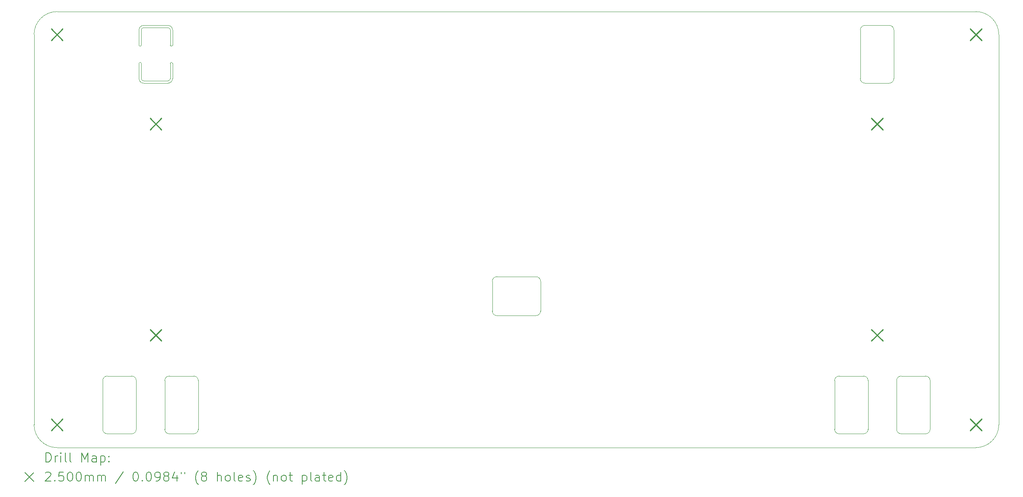
<source format=gbr>
%TF.GenerationSoftware,KiCad,Pcbnew,8.0.5*%
%TF.CreationDate,2024-11-13T13:26:43+03:00*%
%TF.ProjectId,Bottom,426f7474-6f6d-42e6-9b69-6361645f7063,rev?*%
%TF.SameCoordinates,Original*%
%TF.FileFunction,Drillmap*%
%TF.FilePolarity,Positive*%
%FSLAX45Y45*%
G04 Gerber Fmt 4.5, Leading zero omitted, Abs format (unit mm)*
G04 Created by KiCad (PCBNEW 8.0.5) date 2024-11-13 13:26:43*
%MOMM*%
%LPD*%
G01*
G04 APERTURE LIST*
%ADD10C,0.010000*%
%ADD11C,0.200000*%
%ADD12C,0.250000*%
G04 APERTURE END LIST*
D10*
X14425110Y-12375360D02*
X15275110Y-12375360D01*
X22505110Y-14850360D02*
G75*
G02*
X22405110Y-14950360I-100000J0D01*
G01*
X22965110Y-6050360D02*
X22435110Y-6050360D01*
X7265110Y-6050360D02*
X6735110Y-6050360D01*
X5945110Y-14950360D02*
X6475110Y-14950360D01*
X7925110Y-14850360D02*
G75*
G02*
X7825110Y-14950360I-100000J0D01*
G01*
X6575110Y-14850360D02*
X6575110Y-13790360D01*
X4850110Y-15250360D02*
G75*
G02*
X4350110Y-14750360I0J500000D01*
G01*
X7265110Y-7310360D02*
X6735110Y-7310360D01*
X23225110Y-14950360D02*
G75*
G02*
X23125110Y-14850360I0J100000D01*
G01*
X24850110Y-5750360D02*
X4850110Y-5750360D01*
X7195110Y-13790360D02*
G75*
G02*
X7295110Y-13690360I100000J0D01*
G01*
X6685110Y-6880360D02*
X6685110Y-7210360D01*
X7925110Y-14850360D02*
X7925110Y-13790360D01*
X6685110Y-6480360D02*
G75*
G02*
X6635110Y-6480360I-25000J0D01*
G01*
X23125110Y-13790360D02*
G75*
G02*
X23225110Y-13690360I100000J0D01*
G01*
X25350110Y-14750360D02*
X25350110Y-6250360D01*
X14325110Y-11625360D02*
X14325110Y-12275360D01*
X7265110Y-6050360D02*
G75*
G02*
X7365110Y-6150360I0J-100000D01*
G01*
X6475110Y-13690360D02*
X5945110Y-13690360D01*
X5845110Y-13790360D02*
G75*
G02*
X5945110Y-13690360I100000J0D01*
G01*
X24850110Y-5750360D02*
G75*
G02*
X25350110Y-6250360I0J-500000D01*
G01*
X23065110Y-7210360D02*
X23065110Y-6150360D01*
X7195110Y-13790360D02*
X7195110Y-14850360D01*
X15375110Y-12275360D02*
G75*
G02*
X15275110Y-12375360I-100000J0D01*
G01*
X21875110Y-14950360D02*
G75*
G02*
X21775110Y-14850360I0J100000D01*
G01*
X7315110Y-7210360D02*
G75*
G02*
X7265110Y-7260360I-50000J0D01*
G01*
X15275110Y-11525360D02*
G75*
G02*
X15375110Y-11625360I0J-100000D01*
G01*
X21775110Y-13790360D02*
G75*
G02*
X21875110Y-13690360I100000J0D01*
G01*
X7315110Y-6150360D02*
X7315110Y-6480360D01*
X6735110Y-6100360D02*
X7265110Y-6100360D01*
X14425110Y-12375360D02*
G75*
G02*
X14325110Y-12275360I0J100000D01*
G01*
X23065110Y-7210360D02*
G75*
G02*
X22965110Y-7310360I-100000J0D01*
G01*
X7315110Y-7210360D02*
X7315110Y-6880360D01*
X6685110Y-6150360D02*
G75*
G02*
X6735110Y-6100360I50000J0D01*
G01*
X7265110Y-6100360D02*
G75*
G02*
X7315110Y-6150360I0J-50000D01*
G01*
X6475110Y-13690360D02*
G75*
G02*
X6575110Y-13790360I0J-100000D01*
G01*
X6635110Y-6150360D02*
G75*
G02*
X6735110Y-6050360I100000J0D01*
G01*
X7295110Y-14950360D02*
G75*
G02*
X7195110Y-14850360I0J100000D01*
G01*
X22335110Y-6150360D02*
X22335110Y-7210360D01*
X7825110Y-13690360D02*
X7295110Y-13690360D01*
X23755110Y-14950360D02*
X23225110Y-14950360D01*
X5845110Y-13790360D02*
X5845110Y-14850360D01*
X23125110Y-14850360D02*
X23125110Y-13790360D01*
X21875110Y-13690360D02*
X22405110Y-13690360D01*
X6735110Y-7260360D02*
X7265110Y-7260360D01*
X6635110Y-7210360D02*
X6635110Y-6880360D01*
X5945110Y-14950360D02*
G75*
G02*
X5845110Y-14850360I0J100000D01*
G01*
X22405110Y-14950360D02*
X21875110Y-14950360D01*
X7825110Y-13690360D02*
G75*
G02*
X7925110Y-13790360I0J-100000D01*
G01*
X22405110Y-13690360D02*
G75*
G02*
X22505110Y-13790360I0J-100000D01*
G01*
X7365110Y-7210360D02*
G75*
G02*
X7265110Y-7310360I-100000J0D01*
G01*
X6735110Y-7260360D02*
G75*
G02*
X6685110Y-7210360I0J50000D01*
G01*
X7365110Y-6880360D02*
X7365110Y-7210360D01*
X15375110Y-12275360D02*
X15375110Y-11625360D01*
X4350110Y-6250360D02*
G75*
G02*
X4850110Y-5750360I500000J0D01*
G01*
X7365110Y-6480360D02*
X7365110Y-6150360D01*
X23855110Y-13790360D02*
X23855110Y-14850360D01*
X6635110Y-6880360D02*
G75*
G02*
X6685110Y-6880360I25000J0D01*
G01*
X25350110Y-14750360D02*
G75*
G02*
X24850110Y-15250360I-500000J0D01*
G01*
X4850110Y-15250360D02*
X24850110Y-15250360D01*
X7295110Y-14950360D02*
X7825110Y-14950360D01*
X14325110Y-11625360D02*
G75*
G02*
X14425110Y-11525360I100000J0D01*
G01*
X15275110Y-11525360D02*
X14425110Y-11525360D01*
X6635110Y-6150360D02*
X6635110Y-6480360D01*
X23225110Y-13690360D02*
X23755110Y-13690360D01*
X22505110Y-13790360D02*
X22505110Y-14850360D01*
X23855110Y-14850360D02*
G75*
G02*
X23755110Y-14950360I-100000J0D01*
G01*
X6685110Y-6480360D02*
X6685110Y-6150360D01*
X21775110Y-14850360D02*
X21775110Y-13790360D01*
X22335110Y-6150360D02*
G75*
G02*
X22435110Y-6050360I100000J0D01*
G01*
X23755110Y-13690360D02*
G75*
G02*
X23855110Y-13790360I0J-100000D01*
G01*
X22965110Y-6050360D02*
G75*
G02*
X23065110Y-6150360I0J-100000D01*
G01*
X22435110Y-7310360D02*
G75*
G02*
X22335110Y-7210360I0J100000D01*
G01*
X7365110Y-6480360D02*
G75*
G02*
X7315110Y-6480360I-25000J0D01*
G01*
X6575110Y-14850360D02*
G75*
G02*
X6475110Y-14950360I-100000J0D01*
G01*
X6735110Y-7310360D02*
G75*
G02*
X6635110Y-7210360I0J100000D01*
G01*
X22435110Y-7310360D02*
X22965110Y-7310360D01*
X7315110Y-6880360D02*
G75*
G02*
X7365110Y-6880360I25000J0D01*
G01*
X4350110Y-6250360D02*
X4350110Y-14750360D01*
D11*
D12*
X4725110Y-6125360D02*
X4975110Y-6375360D01*
X4975110Y-6125360D02*
X4725110Y-6375360D01*
X4725110Y-14625360D02*
X4975110Y-14875360D01*
X4975110Y-14625360D02*
X4725110Y-14875360D01*
X6875110Y-8075360D02*
X7125110Y-8325360D01*
X7125110Y-8075360D02*
X6875110Y-8325360D01*
X6875110Y-12675360D02*
X7125110Y-12925360D01*
X7125110Y-12675360D02*
X6875110Y-12925360D01*
X22575110Y-8075360D02*
X22825110Y-8325360D01*
X22825110Y-8075360D02*
X22575110Y-8325360D01*
X22575110Y-12675360D02*
X22825110Y-12925360D01*
X22825110Y-12675360D02*
X22575110Y-12925360D01*
X24725110Y-6125360D02*
X24975110Y-6375360D01*
X24975110Y-6125360D02*
X24725110Y-6375360D01*
X24725110Y-14625360D02*
X24975110Y-14875360D01*
X24975110Y-14625360D02*
X24725110Y-14875360D01*
D11*
X4610387Y-15562344D02*
X4610387Y-15362344D01*
X4610387Y-15362344D02*
X4658006Y-15362344D01*
X4658006Y-15362344D02*
X4686577Y-15371868D01*
X4686577Y-15371868D02*
X4705625Y-15390915D01*
X4705625Y-15390915D02*
X4715149Y-15409963D01*
X4715149Y-15409963D02*
X4724673Y-15448058D01*
X4724673Y-15448058D02*
X4724673Y-15476629D01*
X4724673Y-15476629D02*
X4715149Y-15514725D01*
X4715149Y-15514725D02*
X4705625Y-15533772D01*
X4705625Y-15533772D02*
X4686577Y-15552820D01*
X4686577Y-15552820D02*
X4658006Y-15562344D01*
X4658006Y-15562344D02*
X4610387Y-15562344D01*
X4810387Y-15562344D02*
X4810387Y-15429010D01*
X4810387Y-15467106D02*
X4819911Y-15448058D01*
X4819911Y-15448058D02*
X4829434Y-15438534D01*
X4829434Y-15438534D02*
X4848482Y-15429010D01*
X4848482Y-15429010D02*
X4867530Y-15429010D01*
X4934196Y-15562344D02*
X4934196Y-15429010D01*
X4934196Y-15362344D02*
X4924673Y-15371868D01*
X4924673Y-15371868D02*
X4934196Y-15381391D01*
X4934196Y-15381391D02*
X4943720Y-15371868D01*
X4943720Y-15371868D02*
X4934196Y-15362344D01*
X4934196Y-15362344D02*
X4934196Y-15381391D01*
X5058006Y-15562344D02*
X5038958Y-15552820D01*
X5038958Y-15552820D02*
X5029434Y-15533772D01*
X5029434Y-15533772D02*
X5029434Y-15362344D01*
X5162768Y-15562344D02*
X5143720Y-15552820D01*
X5143720Y-15552820D02*
X5134196Y-15533772D01*
X5134196Y-15533772D02*
X5134196Y-15362344D01*
X5391339Y-15562344D02*
X5391339Y-15362344D01*
X5391339Y-15362344D02*
X5458006Y-15505201D01*
X5458006Y-15505201D02*
X5524673Y-15362344D01*
X5524673Y-15362344D02*
X5524673Y-15562344D01*
X5705625Y-15562344D02*
X5705625Y-15457582D01*
X5705625Y-15457582D02*
X5696101Y-15438534D01*
X5696101Y-15438534D02*
X5677053Y-15429010D01*
X5677053Y-15429010D02*
X5638958Y-15429010D01*
X5638958Y-15429010D02*
X5619911Y-15438534D01*
X5705625Y-15552820D02*
X5686577Y-15562344D01*
X5686577Y-15562344D02*
X5638958Y-15562344D01*
X5638958Y-15562344D02*
X5619911Y-15552820D01*
X5619911Y-15552820D02*
X5610387Y-15533772D01*
X5610387Y-15533772D02*
X5610387Y-15514725D01*
X5610387Y-15514725D02*
X5619911Y-15495677D01*
X5619911Y-15495677D02*
X5638958Y-15486153D01*
X5638958Y-15486153D02*
X5686577Y-15486153D01*
X5686577Y-15486153D02*
X5705625Y-15476629D01*
X5800863Y-15429010D02*
X5800863Y-15629010D01*
X5800863Y-15438534D02*
X5819911Y-15429010D01*
X5819911Y-15429010D02*
X5858006Y-15429010D01*
X5858006Y-15429010D02*
X5877053Y-15438534D01*
X5877053Y-15438534D02*
X5886577Y-15448058D01*
X5886577Y-15448058D02*
X5896101Y-15467106D01*
X5896101Y-15467106D02*
X5896101Y-15524248D01*
X5896101Y-15524248D02*
X5886577Y-15543296D01*
X5886577Y-15543296D02*
X5877053Y-15552820D01*
X5877053Y-15552820D02*
X5858006Y-15562344D01*
X5858006Y-15562344D02*
X5819911Y-15562344D01*
X5819911Y-15562344D02*
X5800863Y-15552820D01*
X5981815Y-15543296D02*
X5991339Y-15552820D01*
X5991339Y-15552820D02*
X5981815Y-15562344D01*
X5981815Y-15562344D02*
X5972292Y-15552820D01*
X5972292Y-15552820D02*
X5981815Y-15543296D01*
X5981815Y-15543296D02*
X5981815Y-15562344D01*
X5981815Y-15438534D02*
X5991339Y-15448058D01*
X5991339Y-15448058D02*
X5981815Y-15457582D01*
X5981815Y-15457582D02*
X5972292Y-15448058D01*
X5972292Y-15448058D02*
X5981815Y-15438534D01*
X5981815Y-15438534D02*
X5981815Y-15457582D01*
X4149610Y-15790860D02*
X4349610Y-15990860D01*
X4349610Y-15790860D02*
X4149610Y-15990860D01*
X4600863Y-15801391D02*
X4610387Y-15791868D01*
X4610387Y-15791868D02*
X4629434Y-15782344D01*
X4629434Y-15782344D02*
X4677054Y-15782344D01*
X4677054Y-15782344D02*
X4696101Y-15791868D01*
X4696101Y-15791868D02*
X4705625Y-15801391D01*
X4705625Y-15801391D02*
X4715149Y-15820439D01*
X4715149Y-15820439D02*
X4715149Y-15839487D01*
X4715149Y-15839487D02*
X4705625Y-15868058D01*
X4705625Y-15868058D02*
X4591339Y-15982344D01*
X4591339Y-15982344D02*
X4715149Y-15982344D01*
X4800863Y-15963296D02*
X4810387Y-15972820D01*
X4810387Y-15972820D02*
X4800863Y-15982344D01*
X4800863Y-15982344D02*
X4791339Y-15972820D01*
X4791339Y-15972820D02*
X4800863Y-15963296D01*
X4800863Y-15963296D02*
X4800863Y-15982344D01*
X4991339Y-15782344D02*
X4896101Y-15782344D01*
X4896101Y-15782344D02*
X4886577Y-15877582D01*
X4886577Y-15877582D02*
X4896101Y-15868058D01*
X4896101Y-15868058D02*
X4915149Y-15858534D01*
X4915149Y-15858534D02*
X4962768Y-15858534D01*
X4962768Y-15858534D02*
X4981815Y-15868058D01*
X4981815Y-15868058D02*
X4991339Y-15877582D01*
X4991339Y-15877582D02*
X5000863Y-15896629D01*
X5000863Y-15896629D02*
X5000863Y-15944248D01*
X5000863Y-15944248D02*
X4991339Y-15963296D01*
X4991339Y-15963296D02*
X4981815Y-15972820D01*
X4981815Y-15972820D02*
X4962768Y-15982344D01*
X4962768Y-15982344D02*
X4915149Y-15982344D01*
X4915149Y-15982344D02*
X4896101Y-15972820D01*
X4896101Y-15972820D02*
X4886577Y-15963296D01*
X5124673Y-15782344D02*
X5143720Y-15782344D01*
X5143720Y-15782344D02*
X5162768Y-15791868D01*
X5162768Y-15791868D02*
X5172292Y-15801391D01*
X5172292Y-15801391D02*
X5181815Y-15820439D01*
X5181815Y-15820439D02*
X5191339Y-15858534D01*
X5191339Y-15858534D02*
X5191339Y-15906153D01*
X5191339Y-15906153D02*
X5181815Y-15944248D01*
X5181815Y-15944248D02*
X5172292Y-15963296D01*
X5172292Y-15963296D02*
X5162768Y-15972820D01*
X5162768Y-15972820D02*
X5143720Y-15982344D01*
X5143720Y-15982344D02*
X5124673Y-15982344D01*
X5124673Y-15982344D02*
X5105625Y-15972820D01*
X5105625Y-15972820D02*
X5096101Y-15963296D01*
X5096101Y-15963296D02*
X5086577Y-15944248D01*
X5086577Y-15944248D02*
X5077054Y-15906153D01*
X5077054Y-15906153D02*
X5077054Y-15858534D01*
X5077054Y-15858534D02*
X5086577Y-15820439D01*
X5086577Y-15820439D02*
X5096101Y-15801391D01*
X5096101Y-15801391D02*
X5105625Y-15791868D01*
X5105625Y-15791868D02*
X5124673Y-15782344D01*
X5315149Y-15782344D02*
X5334196Y-15782344D01*
X5334196Y-15782344D02*
X5353244Y-15791868D01*
X5353244Y-15791868D02*
X5362768Y-15801391D01*
X5362768Y-15801391D02*
X5372292Y-15820439D01*
X5372292Y-15820439D02*
X5381815Y-15858534D01*
X5381815Y-15858534D02*
X5381815Y-15906153D01*
X5381815Y-15906153D02*
X5372292Y-15944248D01*
X5372292Y-15944248D02*
X5362768Y-15963296D01*
X5362768Y-15963296D02*
X5353244Y-15972820D01*
X5353244Y-15972820D02*
X5334196Y-15982344D01*
X5334196Y-15982344D02*
X5315149Y-15982344D01*
X5315149Y-15982344D02*
X5296101Y-15972820D01*
X5296101Y-15972820D02*
X5286577Y-15963296D01*
X5286577Y-15963296D02*
X5277054Y-15944248D01*
X5277054Y-15944248D02*
X5267530Y-15906153D01*
X5267530Y-15906153D02*
X5267530Y-15858534D01*
X5267530Y-15858534D02*
X5277054Y-15820439D01*
X5277054Y-15820439D02*
X5286577Y-15801391D01*
X5286577Y-15801391D02*
X5296101Y-15791868D01*
X5296101Y-15791868D02*
X5315149Y-15782344D01*
X5467530Y-15982344D02*
X5467530Y-15849010D01*
X5467530Y-15868058D02*
X5477054Y-15858534D01*
X5477054Y-15858534D02*
X5496101Y-15849010D01*
X5496101Y-15849010D02*
X5524673Y-15849010D01*
X5524673Y-15849010D02*
X5543720Y-15858534D01*
X5543720Y-15858534D02*
X5553244Y-15877582D01*
X5553244Y-15877582D02*
X5553244Y-15982344D01*
X5553244Y-15877582D02*
X5562768Y-15858534D01*
X5562768Y-15858534D02*
X5581815Y-15849010D01*
X5581815Y-15849010D02*
X5610387Y-15849010D01*
X5610387Y-15849010D02*
X5629434Y-15858534D01*
X5629434Y-15858534D02*
X5638958Y-15877582D01*
X5638958Y-15877582D02*
X5638958Y-15982344D01*
X5734196Y-15982344D02*
X5734196Y-15849010D01*
X5734196Y-15868058D02*
X5743720Y-15858534D01*
X5743720Y-15858534D02*
X5762768Y-15849010D01*
X5762768Y-15849010D02*
X5791339Y-15849010D01*
X5791339Y-15849010D02*
X5810387Y-15858534D01*
X5810387Y-15858534D02*
X5819911Y-15877582D01*
X5819911Y-15877582D02*
X5819911Y-15982344D01*
X5819911Y-15877582D02*
X5829434Y-15858534D01*
X5829434Y-15858534D02*
X5848482Y-15849010D01*
X5848482Y-15849010D02*
X5877053Y-15849010D01*
X5877053Y-15849010D02*
X5896101Y-15858534D01*
X5896101Y-15858534D02*
X5905625Y-15877582D01*
X5905625Y-15877582D02*
X5905625Y-15982344D01*
X6296101Y-15772820D02*
X6124673Y-16029963D01*
X6553244Y-15782344D02*
X6572292Y-15782344D01*
X6572292Y-15782344D02*
X6591339Y-15791868D01*
X6591339Y-15791868D02*
X6600863Y-15801391D01*
X6600863Y-15801391D02*
X6610387Y-15820439D01*
X6610387Y-15820439D02*
X6619911Y-15858534D01*
X6619911Y-15858534D02*
X6619911Y-15906153D01*
X6619911Y-15906153D02*
X6610387Y-15944248D01*
X6610387Y-15944248D02*
X6600863Y-15963296D01*
X6600863Y-15963296D02*
X6591339Y-15972820D01*
X6591339Y-15972820D02*
X6572292Y-15982344D01*
X6572292Y-15982344D02*
X6553244Y-15982344D01*
X6553244Y-15982344D02*
X6534196Y-15972820D01*
X6534196Y-15972820D02*
X6524673Y-15963296D01*
X6524673Y-15963296D02*
X6515149Y-15944248D01*
X6515149Y-15944248D02*
X6505625Y-15906153D01*
X6505625Y-15906153D02*
X6505625Y-15858534D01*
X6505625Y-15858534D02*
X6515149Y-15820439D01*
X6515149Y-15820439D02*
X6524673Y-15801391D01*
X6524673Y-15801391D02*
X6534196Y-15791868D01*
X6534196Y-15791868D02*
X6553244Y-15782344D01*
X6705625Y-15963296D02*
X6715149Y-15972820D01*
X6715149Y-15972820D02*
X6705625Y-15982344D01*
X6705625Y-15982344D02*
X6696101Y-15972820D01*
X6696101Y-15972820D02*
X6705625Y-15963296D01*
X6705625Y-15963296D02*
X6705625Y-15982344D01*
X6838958Y-15782344D02*
X6858006Y-15782344D01*
X6858006Y-15782344D02*
X6877054Y-15791868D01*
X6877054Y-15791868D02*
X6886577Y-15801391D01*
X6886577Y-15801391D02*
X6896101Y-15820439D01*
X6896101Y-15820439D02*
X6905625Y-15858534D01*
X6905625Y-15858534D02*
X6905625Y-15906153D01*
X6905625Y-15906153D02*
X6896101Y-15944248D01*
X6896101Y-15944248D02*
X6886577Y-15963296D01*
X6886577Y-15963296D02*
X6877054Y-15972820D01*
X6877054Y-15972820D02*
X6858006Y-15982344D01*
X6858006Y-15982344D02*
X6838958Y-15982344D01*
X6838958Y-15982344D02*
X6819911Y-15972820D01*
X6819911Y-15972820D02*
X6810387Y-15963296D01*
X6810387Y-15963296D02*
X6800863Y-15944248D01*
X6800863Y-15944248D02*
X6791339Y-15906153D01*
X6791339Y-15906153D02*
X6791339Y-15858534D01*
X6791339Y-15858534D02*
X6800863Y-15820439D01*
X6800863Y-15820439D02*
X6810387Y-15801391D01*
X6810387Y-15801391D02*
X6819911Y-15791868D01*
X6819911Y-15791868D02*
X6838958Y-15782344D01*
X7000863Y-15982344D02*
X7038958Y-15982344D01*
X7038958Y-15982344D02*
X7058006Y-15972820D01*
X7058006Y-15972820D02*
X7067530Y-15963296D01*
X7067530Y-15963296D02*
X7086577Y-15934725D01*
X7086577Y-15934725D02*
X7096101Y-15896629D01*
X7096101Y-15896629D02*
X7096101Y-15820439D01*
X7096101Y-15820439D02*
X7086577Y-15801391D01*
X7086577Y-15801391D02*
X7077054Y-15791868D01*
X7077054Y-15791868D02*
X7058006Y-15782344D01*
X7058006Y-15782344D02*
X7019911Y-15782344D01*
X7019911Y-15782344D02*
X7000863Y-15791868D01*
X7000863Y-15791868D02*
X6991339Y-15801391D01*
X6991339Y-15801391D02*
X6981816Y-15820439D01*
X6981816Y-15820439D02*
X6981816Y-15868058D01*
X6981816Y-15868058D02*
X6991339Y-15887106D01*
X6991339Y-15887106D02*
X7000863Y-15896629D01*
X7000863Y-15896629D02*
X7019911Y-15906153D01*
X7019911Y-15906153D02*
X7058006Y-15906153D01*
X7058006Y-15906153D02*
X7077054Y-15896629D01*
X7077054Y-15896629D02*
X7086577Y-15887106D01*
X7086577Y-15887106D02*
X7096101Y-15868058D01*
X7210387Y-15868058D02*
X7191339Y-15858534D01*
X7191339Y-15858534D02*
X7181816Y-15849010D01*
X7181816Y-15849010D02*
X7172292Y-15829963D01*
X7172292Y-15829963D02*
X7172292Y-15820439D01*
X7172292Y-15820439D02*
X7181816Y-15801391D01*
X7181816Y-15801391D02*
X7191339Y-15791868D01*
X7191339Y-15791868D02*
X7210387Y-15782344D01*
X7210387Y-15782344D02*
X7248482Y-15782344D01*
X7248482Y-15782344D02*
X7267530Y-15791868D01*
X7267530Y-15791868D02*
X7277054Y-15801391D01*
X7277054Y-15801391D02*
X7286577Y-15820439D01*
X7286577Y-15820439D02*
X7286577Y-15829963D01*
X7286577Y-15829963D02*
X7277054Y-15849010D01*
X7277054Y-15849010D02*
X7267530Y-15858534D01*
X7267530Y-15858534D02*
X7248482Y-15868058D01*
X7248482Y-15868058D02*
X7210387Y-15868058D01*
X7210387Y-15868058D02*
X7191339Y-15877582D01*
X7191339Y-15877582D02*
X7181816Y-15887106D01*
X7181816Y-15887106D02*
X7172292Y-15906153D01*
X7172292Y-15906153D02*
X7172292Y-15944248D01*
X7172292Y-15944248D02*
X7181816Y-15963296D01*
X7181816Y-15963296D02*
X7191339Y-15972820D01*
X7191339Y-15972820D02*
X7210387Y-15982344D01*
X7210387Y-15982344D02*
X7248482Y-15982344D01*
X7248482Y-15982344D02*
X7267530Y-15972820D01*
X7267530Y-15972820D02*
X7277054Y-15963296D01*
X7277054Y-15963296D02*
X7286577Y-15944248D01*
X7286577Y-15944248D02*
X7286577Y-15906153D01*
X7286577Y-15906153D02*
X7277054Y-15887106D01*
X7277054Y-15887106D02*
X7267530Y-15877582D01*
X7267530Y-15877582D02*
X7248482Y-15868058D01*
X7458006Y-15849010D02*
X7458006Y-15982344D01*
X7410387Y-15772820D02*
X7362768Y-15915677D01*
X7362768Y-15915677D02*
X7486577Y-15915677D01*
X7553244Y-15782344D02*
X7553244Y-15820439D01*
X7629435Y-15782344D02*
X7629435Y-15820439D01*
X7924673Y-16058534D02*
X7915149Y-16049010D01*
X7915149Y-16049010D02*
X7896101Y-16020439D01*
X7896101Y-16020439D02*
X7886578Y-16001391D01*
X7886578Y-16001391D02*
X7877054Y-15972820D01*
X7877054Y-15972820D02*
X7867530Y-15925201D01*
X7867530Y-15925201D02*
X7867530Y-15887106D01*
X7867530Y-15887106D02*
X7877054Y-15839487D01*
X7877054Y-15839487D02*
X7886578Y-15810915D01*
X7886578Y-15810915D02*
X7896101Y-15791868D01*
X7896101Y-15791868D02*
X7915149Y-15763296D01*
X7915149Y-15763296D02*
X7924673Y-15753772D01*
X8029435Y-15868058D02*
X8010387Y-15858534D01*
X8010387Y-15858534D02*
X8000863Y-15849010D01*
X8000863Y-15849010D02*
X7991339Y-15829963D01*
X7991339Y-15829963D02*
X7991339Y-15820439D01*
X7991339Y-15820439D02*
X8000863Y-15801391D01*
X8000863Y-15801391D02*
X8010387Y-15791868D01*
X8010387Y-15791868D02*
X8029435Y-15782344D01*
X8029435Y-15782344D02*
X8067530Y-15782344D01*
X8067530Y-15782344D02*
X8086578Y-15791868D01*
X8086578Y-15791868D02*
X8096101Y-15801391D01*
X8096101Y-15801391D02*
X8105625Y-15820439D01*
X8105625Y-15820439D02*
X8105625Y-15829963D01*
X8105625Y-15829963D02*
X8096101Y-15849010D01*
X8096101Y-15849010D02*
X8086578Y-15858534D01*
X8086578Y-15858534D02*
X8067530Y-15868058D01*
X8067530Y-15868058D02*
X8029435Y-15868058D01*
X8029435Y-15868058D02*
X8010387Y-15877582D01*
X8010387Y-15877582D02*
X8000863Y-15887106D01*
X8000863Y-15887106D02*
X7991339Y-15906153D01*
X7991339Y-15906153D02*
X7991339Y-15944248D01*
X7991339Y-15944248D02*
X8000863Y-15963296D01*
X8000863Y-15963296D02*
X8010387Y-15972820D01*
X8010387Y-15972820D02*
X8029435Y-15982344D01*
X8029435Y-15982344D02*
X8067530Y-15982344D01*
X8067530Y-15982344D02*
X8086578Y-15972820D01*
X8086578Y-15972820D02*
X8096101Y-15963296D01*
X8096101Y-15963296D02*
X8105625Y-15944248D01*
X8105625Y-15944248D02*
X8105625Y-15906153D01*
X8105625Y-15906153D02*
X8096101Y-15887106D01*
X8096101Y-15887106D02*
X8086578Y-15877582D01*
X8086578Y-15877582D02*
X8067530Y-15868058D01*
X8343720Y-15982344D02*
X8343720Y-15782344D01*
X8429435Y-15982344D02*
X8429435Y-15877582D01*
X8429435Y-15877582D02*
X8419911Y-15858534D01*
X8419911Y-15858534D02*
X8400863Y-15849010D01*
X8400863Y-15849010D02*
X8372292Y-15849010D01*
X8372292Y-15849010D02*
X8353244Y-15858534D01*
X8353244Y-15858534D02*
X8343720Y-15868058D01*
X8553244Y-15982344D02*
X8534197Y-15972820D01*
X8534197Y-15972820D02*
X8524673Y-15963296D01*
X8524673Y-15963296D02*
X8515149Y-15944248D01*
X8515149Y-15944248D02*
X8515149Y-15887106D01*
X8515149Y-15887106D02*
X8524673Y-15868058D01*
X8524673Y-15868058D02*
X8534197Y-15858534D01*
X8534197Y-15858534D02*
X8553244Y-15849010D01*
X8553244Y-15849010D02*
X8581816Y-15849010D01*
X8581816Y-15849010D02*
X8600863Y-15858534D01*
X8600863Y-15858534D02*
X8610387Y-15868058D01*
X8610387Y-15868058D02*
X8619911Y-15887106D01*
X8619911Y-15887106D02*
X8619911Y-15944248D01*
X8619911Y-15944248D02*
X8610387Y-15963296D01*
X8610387Y-15963296D02*
X8600863Y-15972820D01*
X8600863Y-15972820D02*
X8581816Y-15982344D01*
X8581816Y-15982344D02*
X8553244Y-15982344D01*
X8734197Y-15982344D02*
X8715149Y-15972820D01*
X8715149Y-15972820D02*
X8705625Y-15953772D01*
X8705625Y-15953772D02*
X8705625Y-15782344D01*
X8886578Y-15972820D02*
X8867530Y-15982344D01*
X8867530Y-15982344D02*
X8829435Y-15982344D01*
X8829435Y-15982344D02*
X8810387Y-15972820D01*
X8810387Y-15972820D02*
X8800863Y-15953772D01*
X8800863Y-15953772D02*
X8800863Y-15877582D01*
X8800863Y-15877582D02*
X8810387Y-15858534D01*
X8810387Y-15858534D02*
X8829435Y-15849010D01*
X8829435Y-15849010D02*
X8867530Y-15849010D01*
X8867530Y-15849010D02*
X8886578Y-15858534D01*
X8886578Y-15858534D02*
X8896102Y-15877582D01*
X8896102Y-15877582D02*
X8896102Y-15896629D01*
X8896102Y-15896629D02*
X8800863Y-15915677D01*
X8972292Y-15972820D02*
X8991340Y-15982344D01*
X8991340Y-15982344D02*
X9029435Y-15982344D01*
X9029435Y-15982344D02*
X9048483Y-15972820D01*
X9048483Y-15972820D02*
X9058006Y-15953772D01*
X9058006Y-15953772D02*
X9058006Y-15944248D01*
X9058006Y-15944248D02*
X9048483Y-15925201D01*
X9048483Y-15925201D02*
X9029435Y-15915677D01*
X9029435Y-15915677D02*
X9000863Y-15915677D01*
X9000863Y-15915677D02*
X8981816Y-15906153D01*
X8981816Y-15906153D02*
X8972292Y-15887106D01*
X8972292Y-15887106D02*
X8972292Y-15877582D01*
X8972292Y-15877582D02*
X8981816Y-15858534D01*
X8981816Y-15858534D02*
X9000863Y-15849010D01*
X9000863Y-15849010D02*
X9029435Y-15849010D01*
X9029435Y-15849010D02*
X9048483Y-15858534D01*
X9124673Y-16058534D02*
X9134197Y-16049010D01*
X9134197Y-16049010D02*
X9153244Y-16020439D01*
X9153244Y-16020439D02*
X9162768Y-16001391D01*
X9162768Y-16001391D02*
X9172292Y-15972820D01*
X9172292Y-15972820D02*
X9181816Y-15925201D01*
X9181816Y-15925201D02*
X9181816Y-15887106D01*
X9181816Y-15887106D02*
X9172292Y-15839487D01*
X9172292Y-15839487D02*
X9162768Y-15810915D01*
X9162768Y-15810915D02*
X9153244Y-15791868D01*
X9153244Y-15791868D02*
X9134197Y-15763296D01*
X9134197Y-15763296D02*
X9124673Y-15753772D01*
X9486578Y-16058534D02*
X9477054Y-16049010D01*
X9477054Y-16049010D02*
X9458006Y-16020439D01*
X9458006Y-16020439D02*
X9448483Y-16001391D01*
X9448483Y-16001391D02*
X9438959Y-15972820D01*
X9438959Y-15972820D02*
X9429435Y-15925201D01*
X9429435Y-15925201D02*
X9429435Y-15887106D01*
X9429435Y-15887106D02*
X9438959Y-15839487D01*
X9438959Y-15839487D02*
X9448483Y-15810915D01*
X9448483Y-15810915D02*
X9458006Y-15791868D01*
X9458006Y-15791868D02*
X9477054Y-15763296D01*
X9477054Y-15763296D02*
X9486578Y-15753772D01*
X9562768Y-15849010D02*
X9562768Y-15982344D01*
X9562768Y-15868058D02*
X9572292Y-15858534D01*
X9572292Y-15858534D02*
X9591340Y-15849010D01*
X9591340Y-15849010D02*
X9619911Y-15849010D01*
X9619911Y-15849010D02*
X9638959Y-15858534D01*
X9638959Y-15858534D02*
X9648483Y-15877582D01*
X9648483Y-15877582D02*
X9648483Y-15982344D01*
X9772292Y-15982344D02*
X9753244Y-15972820D01*
X9753244Y-15972820D02*
X9743721Y-15963296D01*
X9743721Y-15963296D02*
X9734197Y-15944248D01*
X9734197Y-15944248D02*
X9734197Y-15887106D01*
X9734197Y-15887106D02*
X9743721Y-15868058D01*
X9743721Y-15868058D02*
X9753244Y-15858534D01*
X9753244Y-15858534D02*
X9772292Y-15849010D01*
X9772292Y-15849010D02*
X9800864Y-15849010D01*
X9800864Y-15849010D02*
X9819911Y-15858534D01*
X9819911Y-15858534D02*
X9829435Y-15868058D01*
X9829435Y-15868058D02*
X9838959Y-15887106D01*
X9838959Y-15887106D02*
X9838959Y-15944248D01*
X9838959Y-15944248D02*
X9829435Y-15963296D01*
X9829435Y-15963296D02*
X9819911Y-15972820D01*
X9819911Y-15972820D02*
X9800864Y-15982344D01*
X9800864Y-15982344D02*
X9772292Y-15982344D01*
X9896102Y-15849010D02*
X9972292Y-15849010D01*
X9924673Y-15782344D02*
X9924673Y-15953772D01*
X9924673Y-15953772D02*
X9934197Y-15972820D01*
X9934197Y-15972820D02*
X9953244Y-15982344D01*
X9953244Y-15982344D02*
X9972292Y-15982344D01*
X10191340Y-15849010D02*
X10191340Y-16049010D01*
X10191340Y-15858534D02*
X10210387Y-15849010D01*
X10210387Y-15849010D02*
X10248483Y-15849010D01*
X10248483Y-15849010D02*
X10267530Y-15858534D01*
X10267530Y-15858534D02*
X10277054Y-15868058D01*
X10277054Y-15868058D02*
X10286578Y-15887106D01*
X10286578Y-15887106D02*
X10286578Y-15944248D01*
X10286578Y-15944248D02*
X10277054Y-15963296D01*
X10277054Y-15963296D02*
X10267530Y-15972820D01*
X10267530Y-15972820D02*
X10248483Y-15982344D01*
X10248483Y-15982344D02*
X10210387Y-15982344D01*
X10210387Y-15982344D02*
X10191340Y-15972820D01*
X10400864Y-15982344D02*
X10381816Y-15972820D01*
X10381816Y-15972820D02*
X10372292Y-15953772D01*
X10372292Y-15953772D02*
X10372292Y-15782344D01*
X10562768Y-15982344D02*
X10562768Y-15877582D01*
X10562768Y-15877582D02*
X10553245Y-15858534D01*
X10553245Y-15858534D02*
X10534197Y-15849010D01*
X10534197Y-15849010D02*
X10496102Y-15849010D01*
X10496102Y-15849010D02*
X10477054Y-15858534D01*
X10562768Y-15972820D02*
X10543721Y-15982344D01*
X10543721Y-15982344D02*
X10496102Y-15982344D01*
X10496102Y-15982344D02*
X10477054Y-15972820D01*
X10477054Y-15972820D02*
X10467530Y-15953772D01*
X10467530Y-15953772D02*
X10467530Y-15934725D01*
X10467530Y-15934725D02*
X10477054Y-15915677D01*
X10477054Y-15915677D02*
X10496102Y-15906153D01*
X10496102Y-15906153D02*
X10543721Y-15906153D01*
X10543721Y-15906153D02*
X10562768Y-15896629D01*
X10629435Y-15849010D02*
X10705625Y-15849010D01*
X10658006Y-15782344D02*
X10658006Y-15953772D01*
X10658006Y-15953772D02*
X10667530Y-15972820D01*
X10667530Y-15972820D02*
X10686578Y-15982344D01*
X10686578Y-15982344D02*
X10705625Y-15982344D01*
X10848483Y-15972820D02*
X10829435Y-15982344D01*
X10829435Y-15982344D02*
X10791340Y-15982344D01*
X10791340Y-15982344D02*
X10772292Y-15972820D01*
X10772292Y-15972820D02*
X10762768Y-15953772D01*
X10762768Y-15953772D02*
X10762768Y-15877582D01*
X10762768Y-15877582D02*
X10772292Y-15858534D01*
X10772292Y-15858534D02*
X10791340Y-15849010D01*
X10791340Y-15849010D02*
X10829435Y-15849010D01*
X10829435Y-15849010D02*
X10848483Y-15858534D01*
X10848483Y-15858534D02*
X10858006Y-15877582D01*
X10858006Y-15877582D02*
X10858006Y-15896629D01*
X10858006Y-15896629D02*
X10762768Y-15915677D01*
X11029435Y-15982344D02*
X11029435Y-15782344D01*
X11029435Y-15972820D02*
X11010387Y-15982344D01*
X11010387Y-15982344D02*
X10972292Y-15982344D01*
X10972292Y-15982344D02*
X10953245Y-15972820D01*
X10953245Y-15972820D02*
X10943721Y-15963296D01*
X10943721Y-15963296D02*
X10934197Y-15944248D01*
X10934197Y-15944248D02*
X10934197Y-15887106D01*
X10934197Y-15887106D02*
X10943721Y-15868058D01*
X10943721Y-15868058D02*
X10953245Y-15858534D01*
X10953245Y-15858534D02*
X10972292Y-15849010D01*
X10972292Y-15849010D02*
X11010387Y-15849010D01*
X11010387Y-15849010D02*
X11029435Y-15858534D01*
X11105626Y-16058534D02*
X11115149Y-16049010D01*
X11115149Y-16049010D02*
X11134197Y-16020439D01*
X11134197Y-16020439D02*
X11143721Y-16001391D01*
X11143721Y-16001391D02*
X11153245Y-15972820D01*
X11153245Y-15972820D02*
X11162768Y-15925201D01*
X11162768Y-15925201D02*
X11162768Y-15887106D01*
X11162768Y-15887106D02*
X11153245Y-15839487D01*
X11153245Y-15839487D02*
X11143721Y-15810915D01*
X11143721Y-15810915D02*
X11134197Y-15791868D01*
X11134197Y-15791868D02*
X11115149Y-15763296D01*
X11115149Y-15763296D02*
X11105626Y-15753772D01*
M02*

</source>
